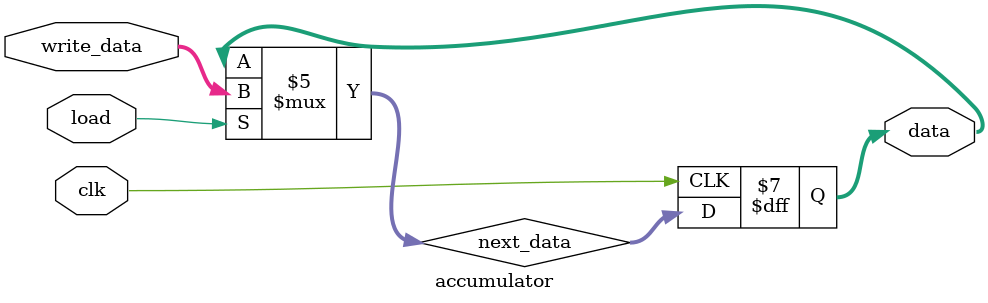
<source format=v>

module accumulator(
    input clk, load,
    input [15: 0]write_data,
    output reg [15:0]data
);

reg [15:0]next_data;

always @ (posedge clk)
    data <= next_data;

always @ (*) begin
    if(load)
        next_data = write_data;
    else
        next_data = data;
end

initial data = 16'd0;

endmodule
</source>
